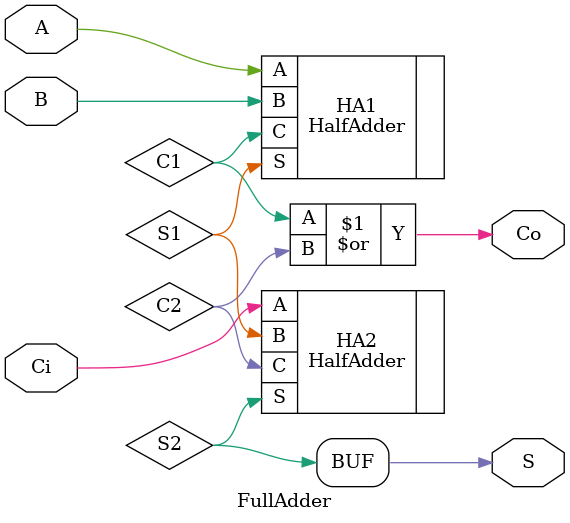
<source format=v>
`timescale 1ns / 1ps
module FullAdder(A, B, Ci, S, Co);
	input A, B, Ci;
	output S, Co;
	
	wire C1, C2;
	wire S1, S2;
	
	// A+B
	HalfAdder HA1(.A(A), .B(B), .S(S1), .C(C1));
	// JèãªèðA+BÉ«·
	HalfAdder HA2(.A(Ci), .B(S1), .S(S2), .C(C2));
	
	assign S = S2;
	assign Co = C1 | C2; // JèãªèÍORðÆé
endmodule

</source>
